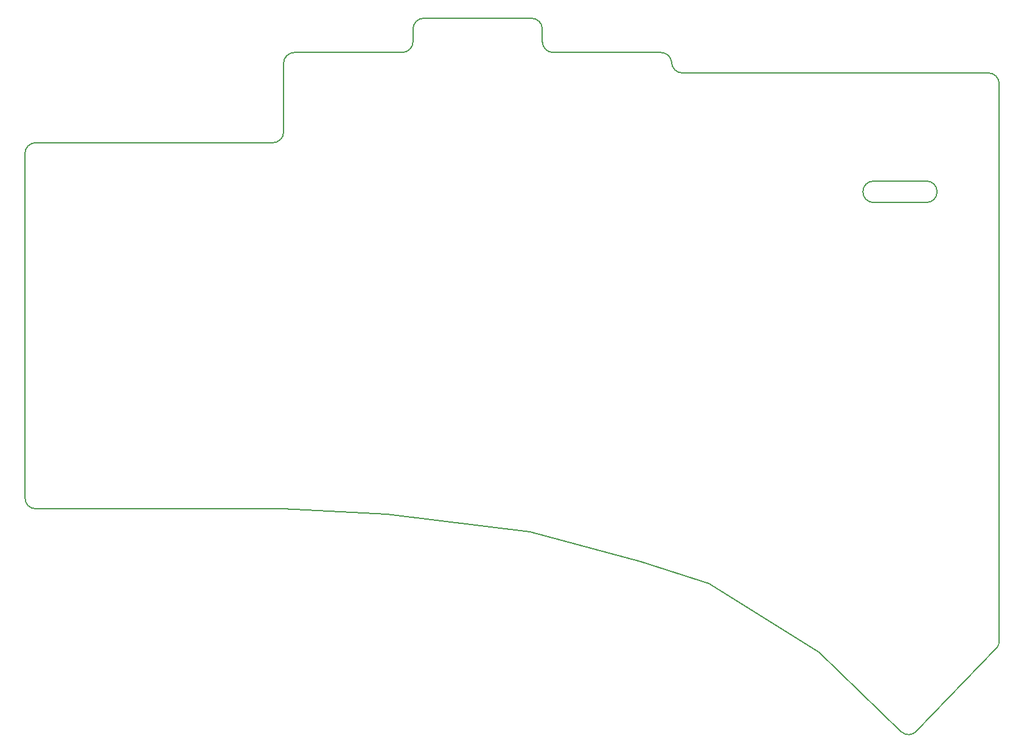
<source format=gm1>
%TF.GenerationSoftware,KiCad,Pcbnew,7.0.5*%
%TF.CreationDate,2023-06-08T16:22:02-03:00*%
%TF.ProjectId,2kalypcb_microcontroller_trrs,326b616c-7970-4636-925f-6d6963726f63,v1.0.0*%
%TF.SameCoordinates,Original*%
%TF.FileFunction,Profile,NP*%
%FSLAX46Y46*%
G04 Gerber Fmt 4.6, Leading zero omitted, Abs format (unit mm)*
G04 Created by KiCad (PCBNEW 7.0.5) date 2023-06-08 16:22:02*
%MOMM*%
%LPD*%
G01*
G04 APERTURE LIST*
%TA.AperFunction,Profile*%
%ADD10C,0.150000*%
%TD*%
G04 APERTURE END LIST*
D10*
X83500000Y-13240000D02*
X68500000Y-13240000D01*
X108181571Y-91991886D02*
X123461902Y-101540097D01*
X68500000Y-13240000D02*
G75*
G03*
X67000000Y-14740000I0J-1500000D01*
G01*
X47499354Y-30569354D02*
G75*
G03*
X48999354Y-29069354I-54J1500054D01*
G01*
X14510000Y-81570000D02*
X48793641Y-81570000D01*
X102990646Y-19359354D02*
G75*
G03*
X104490646Y-20859354I1500054J54D01*
G01*
X102990650Y-19359354D02*
G75*
G03*
X101500004Y-18002730I-1490650J-140646D01*
G01*
X65499354Y-17999354D02*
X50500000Y-18000000D01*
X138439369Y-38910000D02*
X131099900Y-38910000D01*
X148571022Y-99860000D02*
X148580000Y-99860000D01*
X138439369Y-38909969D02*
G75*
G03*
X139939369Y-37410000I-69J1500069D01*
G01*
X131100000Y-35910000D02*
G75*
G03*
X129600000Y-37410000I100J-1500100D01*
G01*
X83289550Y-84780180D02*
X98669466Y-88901216D01*
X148580000Y-99860000D02*
X148580000Y-22360000D01*
X48999354Y-29069354D02*
X49000000Y-19500000D01*
X129599900Y-37410000D02*
G75*
G03*
X131099900Y-38910000I1500100J100D01*
G01*
X98669466Y-88901216D02*
X108181571Y-91991886D01*
X134923012Y-112607950D02*
G75*
G03*
X137044003Y-112570933I1041988J1078950D01*
G01*
X86500646Y-17999354D02*
X101500004Y-18002730D01*
X63363580Y-82333578D02*
X83289550Y-84780180D01*
X148158556Y-101061516D02*
G75*
G03*
X148571022Y-99860000I-1079156J1042016D01*
G01*
X50500000Y-18000000D02*
G75*
G03*
X49000000Y-19500000I50J-1500050D01*
G01*
X131100000Y-35910000D02*
X138439469Y-35910000D01*
X147080000Y-20860000D02*
X104490646Y-20859354D01*
X47499354Y-30569354D02*
X14500000Y-30570000D01*
X85000646Y-16499354D02*
G75*
G03*
X86500646Y-17999354I1500054J54D01*
G01*
X137044003Y-112570934D02*
X148158537Y-101061497D01*
X13010000Y-80070000D02*
G75*
G03*
X14510000Y-81570000I1500050J50D01*
G01*
X85000000Y-14740000D02*
X85000646Y-16499354D01*
X85000000Y-14740000D02*
G75*
G03*
X83500000Y-13240000I-1500000J0D01*
G01*
X13010000Y-80070000D02*
X13000000Y-32070000D01*
X148580000Y-22360000D02*
G75*
G03*
X147080000Y-20860000I-1500100J-100D01*
G01*
X14500000Y-30570000D02*
G75*
G03*
X13000000Y-32070000I50J-1500050D01*
G01*
X139939500Y-37410000D02*
G75*
G03*
X138439469Y-35910000I-1500100J-100D01*
G01*
X123461902Y-101540097D02*
X134923006Y-112607956D01*
X65499354Y-17999354D02*
G75*
G03*
X66999354Y-16499354I-54J1500054D01*
G01*
X67000000Y-14740000D02*
X66999354Y-16499354D01*
X48793641Y-81570000D02*
X63363580Y-82333578D01*
M02*

</source>
